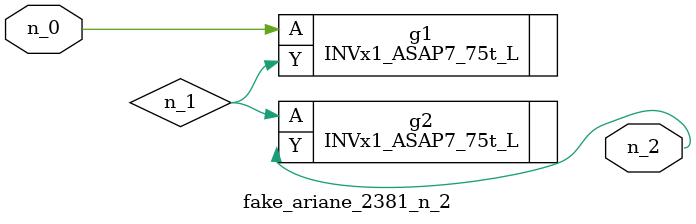
<source format=v>
module fake_ariane_2381_n_2 (n_0, n_2);

input n_0;

output n_2;

wire n_1;

INVx1_ASAP7_75t_L g1 ( 
.A(n_0),
.Y(n_1)
);

INVx1_ASAP7_75t_L g2 ( 
.A(n_1),
.Y(n_2)
);


endmodule
</source>
